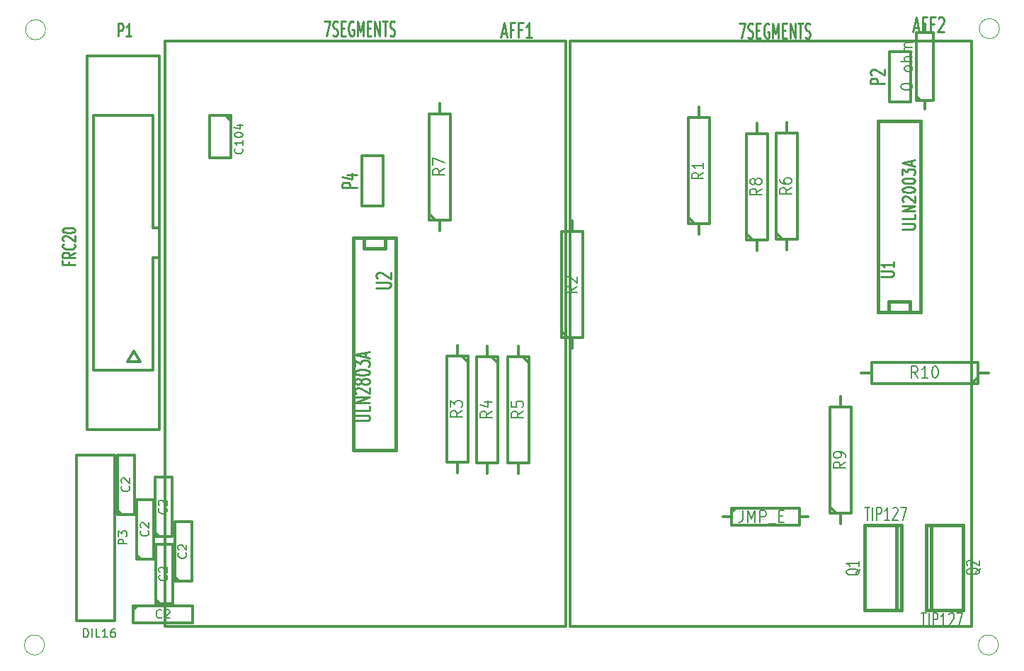
<source format=gto>
G04 (created by PCBNEW (2013-07-07 BZR 4022)-stable) date 11-Jan-14 3:47:01 PM*
%MOIN*%
G04 Gerber Fmt 3.4, Leading zero omitted, Abs format*
%FSLAX34Y34*%
G01*
G70*
G90*
G04 APERTURE LIST*
%ADD10C,0.00590551*%
%ADD11C,0.012*%
%ADD12C,0.015*%
%ADD13C,0.000393701*%
%ADD14C,0.008*%
%ADD15C,0.01125*%
%ADD16C,0.01*%
%ADD17C,0.0107*%
G04 APERTURE END LIST*
G54D10*
G54D11*
X71150Y-52725D02*
X73950Y-52725D01*
X73950Y-52725D02*
X73950Y-53525D01*
X73950Y-53525D02*
X71150Y-53525D01*
X71150Y-53525D02*
X71150Y-52725D01*
X71150Y-52925D02*
X71350Y-52725D01*
X91701Y-26120D02*
X91701Y-53679D01*
X110598Y-26120D02*
X110598Y-53679D01*
X91701Y-26120D02*
X110598Y-26120D01*
X110598Y-53679D02*
X91701Y-53679D01*
X110900Y-42250D02*
X105900Y-42250D01*
X105900Y-42250D02*
X105900Y-41250D01*
X105900Y-41250D02*
X110900Y-41250D01*
X105900Y-41750D02*
X105400Y-41750D01*
X111400Y-41750D02*
X110900Y-41750D01*
X110900Y-41950D02*
X110600Y-42250D01*
X110900Y-42250D02*
X110900Y-41250D01*
X107740Y-28971D02*
X106740Y-28971D01*
X106740Y-28971D02*
X106740Y-26608D01*
X106740Y-26608D02*
X107740Y-26608D01*
X107740Y-26608D02*
X107740Y-28971D01*
X85080Y-34530D02*
X85080Y-29530D01*
X85080Y-29530D02*
X86080Y-29530D01*
X86080Y-29530D02*
X86080Y-34530D01*
X85580Y-29530D02*
X85580Y-29030D01*
X85580Y-35030D02*
X85580Y-34530D01*
X85380Y-34530D02*
X85080Y-34230D01*
X85080Y-34530D02*
X86080Y-34530D01*
X103950Y-48350D02*
X103950Y-43350D01*
X103950Y-43350D02*
X104950Y-43350D01*
X104950Y-43350D02*
X104950Y-48350D01*
X104450Y-43350D02*
X104450Y-42850D01*
X104450Y-48850D02*
X104450Y-48350D01*
X104250Y-48350D02*
X103950Y-48050D01*
X103950Y-48350D02*
X104950Y-48350D01*
X100020Y-35480D02*
X100020Y-30480D01*
X100020Y-30480D02*
X101020Y-30480D01*
X101020Y-30480D02*
X101020Y-35480D01*
X100520Y-30480D02*
X100520Y-29980D01*
X100520Y-35980D02*
X100520Y-35480D01*
X100320Y-35480D02*
X100020Y-35180D01*
X100020Y-35480D02*
X101020Y-35480D01*
X101410Y-35440D02*
X101410Y-30440D01*
X101410Y-30440D02*
X102410Y-30440D01*
X102410Y-30440D02*
X102410Y-35440D01*
X101910Y-30440D02*
X101910Y-29940D01*
X101910Y-35940D02*
X101910Y-35440D01*
X101710Y-35440D02*
X101410Y-35140D01*
X101410Y-35440D02*
X102410Y-35440D01*
X89780Y-40960D02*
X89780Y-45960D01*
X89780Y-45960D02*
X88780Y-45960D01*
X88780Y-45960D02*
X88780Y-40960D01*
X89280Y-45960D02*
X89280Y-46460D01*
X89280Y-40460D02*
X89280Y-40960D01*
X89480Y-40960D02*
X89780Y-41260D01*
X89780Y-40960D02*
X88780Y-40960D01*
X88320Y-40960D02*
X88320Y-45960D01*
X88320Y-45960D02*
X87320Y-45960D01*
X87320Y-45960D02*
X87320Y-40960D01*
X87820Y-45960D02*
X87820Y-46460D01*
X87820Y-40460D02*
X87820Y-40960D01*
X88020Y-40960D02*
X88320Y-41260D01*
X88320Y-40960D02*
X87320Y-40960D01*
X86910Y-40940D02*
X86910Y-45940D01*
X86910Y-45940D02*
X85910Y-45940D01*
X85910Y-45940D02*
X85910Y-40940D01*
X86410Y-45940D02*
X86410Y-46440D01*
X86410Y-40440D02*
X86410Y-40940D01*
X86610Y-40940D02*
X86910Y-41240D01*
X86910Y-40940D02*
X85910Y-40940D01*
X91310Y-40090D02*
X91310Y-35090D01*
X91310Y-35090D02*
X92310Y-35090D01*
X92310Y-35090D02*
X92310Y-40090D01*
X91810Y-35090D02*
X91810Y-34590D01*
X91810Y-40590D02*
X91810Y-40090D01*
X91610Y-40090D02*
X91310Y-39790D01*
X91310Y-40090D02*
X92310Y-40090D01*
X97270Y-34720D02*
X97270Y-29720D01*
X97270Y-29720D02*
X98270Y-29720D01*
X98270Y-29720D02*
X98270Y-34720D01*
X97770Y-29720D02*
X97770Y-29220D01*
X97770Y-35220D02*
X97770Y-34720D01*
X97570Y-34720D02*
X97270Y-34420D01*
X97270Y-34720D02*
X98270Y-34720D01*
X75750Y-29645D02*
X75750Y-31625D01*
X75750Y-31625D02*
X74750Y-31625D01*
X74750Y-31625D02*
X74750Y-29625D01*
X74750Y-29625D02*
X75750Y-29625D01*
X75500Y-29625D02*
X75750Y-29875D01*
X72375Y-36300D02*
X72075Y-36300D01*
X72075Y-36300D02*
X72075Y-41600D01*
X72075Y-41600D02*
X69275Y-41600D01*
X69275Y-41600D02*
X69275Y-29600D01*
X69275Y-29600D02*
X72075Y-29600D01*
X72075Y-29600D02*
X72075Y-34900D01*
X72075Y-34900D02*
X72375Y-34900D01*
X71175Y-40700D02*
X70875Y-41200D01*
X70875Y-41200D02*
X71475Y-41200D01*
X71475Y-41200D02*
X71175Y-40700D01*
X68975Y-44400D02*
X72375Y-44400D01*
X72375Y-44400D02*
X72375Y-26800D01*
X72375Y-26800D02*
X68975Y-26800D01*
X68975Y-26800D02*
X68975Y-44400D01*
G54D12*
X83002Y-35388D02*
X83002Y-35888D01*
X83002Y-35888D02*
X82002Y-35888D01*
X82002Y-35888D02*
X82002Y-35388D01*
X83502Y-35388D02*
X83502Y-45388D01*
X83502Y-45388D02*
X81502Y-45388D01*
X81502Y-45388D02*
X81502Y-35388D01*
X81502Y-35388D02*
X83502Y-35388D01*
X106705Y-38865D02*
X106705Y-38865D01*
X106705Y-38865D02*
X106705Y-38365D01*
X106705Y-38365D02*
X107705Y-38365D01*
X107705Y-38365D02*
X107705Y-38865D01*
X106205Y-38865D02*
X106205Y-29865D01*
X106205Y-29865D02*
X108205Y-29865D01*
X108205Y-29865D02*
X108205Y-38865D01*
X108205Y-38865D02*
X106205Y-38865D01*
G54D11*
X68492Y-45594D02*
X70292Y-45594D01*
X70292Y-45594D02*
X70292Y-53394D01*
X70292Y-53394D02*
X68492Y-53394D01*
X68492Y-53394D02*
X68492Y-45594D01*
X72631Y-26120D02*
X72631Y-53679D01*
X91528Y-26120D02*
X91528Y-53679D01*
X72631Y-26120D02*
X91528Y-26120D01*
X91528Y-53679D02*
X72631Y-53679D01*
X82900Y-33881D02*
X81900Y-33881D01*
X81900Y-33881D02*
X81900Y-31518D01*
X81900Y-31518D02*
X82900Y-31518D01*
X82900Y-31518D02*
X82900Y-33881D01*
X98900Y-48525D02*
X99300Y-48525D01*
X99300Y-48525D02*
X99300Y-48125D01*
X99300Y-48125D02*
X102500Y-48125D01*
X102500Y-48125D02*
X102500Y-48925D01*
X102500Y-48925D02*
X99300Y-48925D01*
X99300Y-48925D02*
X99300Y-48525D01*
X99300Y-48325D02*
X99500Y-48125D01*
X102900Y-48525D02*
X102500Y-48525D01*
X108400Y-29325D02*
X108400Y-28925D01*
X108400Y-28925D02*
X108000Y-28925D01*
X108000Y-28925D02*
X108000Y-25725D01*
X108000Y-25725D02*
X108800Y-25725D01*
X108800Y-25725D02*
X108800Y-28925D01*
X108800Y-28925D02*
X108400Y-28925D01*
X108200Y-28925D02*
X108000Y-28725D01*
X108400Y-25325D02*
X108400Y-25725D01*
G54D12*
X108725Y-52900D02*
X108475Y-52900D01*
X108475Y-52900D02*
X108475Y-48900D01*
X108475Y-48900D02*
X108725Y-48900D01*
X110225Y-52900D02*
X108725Y-52900D01*
X108725Y-52900D02*
X108725Y-48900D01*
X108725Y-48900D02*
X110225Y-48900D01*
X110225Y-48900D02*
X110225Y-52900D01*
X107075Y-48925D02*
X107325Y-48925D01*
X107325Y-48925D02*
X107325Y-52925D01*
X107325Y-52925D02*
X107075Y-52925D01*
X105575Y-48925D02*
X107075Y-48925D01*
X107075Y-48925D02*
X107075Y-52925D01*
X107075Y-52925D02*
X105575Y-52925D01*
X105575Y-52925D02*
X105575Y-48925D01*
G54D11*
X70425Y-48400D02*
X70425Y-45600D01*
X70425Y-45600D02*
X71225Y-45600D01*
X71225Y-45600D02*
X71225Y-48400D01*
X71225Y-48400D02*
X70425Y-48400D01*
X70625Y-48400D02*
X70425Y-48200D01*
X72200Y-52600D02*
X72200Y-49800D01*
X72200Y-49800D02*
X73000Y-49800D01*
X73000Y-49800D02*
X73000Y-52600D01*
X73000Y-52600D02*
X72200Y-52600D01*
X72400Y-52600D02*
X72200Y-52400D01*
X71325Y-50500D02*
X71325Y-47700D01*
X71325Y-47700D02*
X72125Y-47700D01*
X72125Y-47700D02*
X72125Y-50500D01*
X72125Y-50500D02*
X71325Y-50500D01*
X71525Y-50500D02*
X71325Y-50300D01*
X72175Y-49450D02*
X72175Y-46650D01*
X72175Y-46650D02*
X72975Y-46650D01*
X72975Y-46650D02*
X72975Y-49450D01*
X72975Y-49450D02*
X72175Y-49450D01*
X72375Y-49450D02*
X72175Y-49250D01*
X73100Y-51550D02*
X73100Y-48750D01*
X73100Y-48750D02*
X73900Y-48750D01*
X73900Y-48750D02*
X73900Y-51550D01*
X73900Y-51550D02*
X73100Y-51550D01*
X73300Y-51550D02*
X73100Y-51350D01*
G54D13*
X111922Y-25525D02*
G75*
G03X111922Y-25525I-472J0D01*
G74*
G01*
X67022Y-25575D02*
G75*
G03X67022Y-25575I-472J0D01*
G74*
G01*
X111872Y-54550D02*
G75*
G03X111872Y-54550I-472J0D01*
G74*
G01*
X66972Y-54550D02*
G75*
G03X66972Y-54550I-472J0D01*
G74*
G01*
G54D14*
X72483Y-53248D02*
X72464Y-53267D01*
X72407Y-53286D01*
X72369Y-53286D01*
X72311Y-53267D01*
X72273Y-53229D01*
X72254Y-53191D01*
X72235Y-53115D01*
X72235Y-53058D01*
X72254Y-52982D01*
X72273Y-52944D01*
X72311Y-52905D01*
X72369Y-52886D01*
X72407Y-52886D01*
X72464Y-52905D01*
X72483Y-52925D01*
X72635Y-52925D02*
X72654Y-52905D01*
X72692Y-52886D01*
X72788Y-52886D01*
X72826Y-52905D01*
X72845Y-52925D01*
X72864Y-52963D01*
X72864Y-53001D01*
X72845Y-53058D01*
X72616Y-53286D01*
X72864Y-53286D01*
G54D15*
X107892Y-25483D02*
X108107Y-25483D01*
X107850Y-25683D02*
X108000Y-24983D01*
X108150Y-25683D01*
X108450Y-25316D02*
X108300Y-25316D01*
X108300Y-25683D02*
X108300Y-24983D01*
X108514Y-24983D01*
X108835Y-25316D02*
X108685Y-25316D01*
X108685Y-25683D02*
X108685Y-24983D01*
X108900Y-24983D01*
X109050Y-25050D02*
X109071Y-25016D01*
X109114Y-24983D01*
X109221Y-24983D01*
X109264Y-25016D01*
X109285Y-25050D01*
X109307Y-25116D01*
X109307Y-25183D01*
X109285Y-25283D01*
X109028Y-25683D01*
X109307Y-25683D01*
G54D16*
X99693Y-25273D02*
X99960Y-25273D01*
X99788Y-25973D01*
X100093Y-25940D02*
X100150Y-25973D01*
X100245Y-25973D01*
X100283Y-25940D01*
X100302Y-25906D01*
X100321Y-25840D01*
X100321Y-25773D01*
X100302Y-25706D01*
X100283Y-25673D01*
X100245Y-25640D01*
X100169Y-25606D01*
X100131Y-25573D01*
X100112Y-25540D01*
X100093Y-25473D01*
X100093Y-25406D01*
X100112Y-25340D01*
X100131Y-25306D01*
X100169Y-25273D01*
X100264Y-25273D01*
X100321Y-25306D01*
X100493Y-25606D02*
X100626Y-25606D01*
X100683Y-25973D02*
X100493Y-25973D01*
X100493Y-25273D01*
X100683Y-25273D01*
X101064Y-25306D02*
X101026Y-25273D01*
X100969Y-25273D01*
X100912Y-25306D01*
X100874Y-25373D01*
X100855Y-25440D01*
X100836Y-25573D01*
X100836Y-25673D01*
X100855Y-25806D01*
X100874Y-25873D01*
X100912Y-25940D01*
X100969Y-25973D01*
X101007Y-25973D01*
X101064Y-25940D01*
X101083Y-25906D01*
X101083Y-25673D01*
X101007Y-25673D01*
X101255Y-25973D02*
X101255Y-25273D01*
X101388Y-25773D01*
X101521Y-25273D01*
X101521Y-25973D01*
X101712Y-25606D02*
X101845Y-25606D01*
X101902Y-25973D02*
X101712Y-25973D01*
X101712Y-25273D01*
X101902Y-25273D01*
X102074Y-25973D02*
X102074Y-25273D01*
X102302Y-25973D01*
X102302Y-25273D01*
X102436Y-25273D02*
X102664Y-25273D01*
X102550Y-25973D02*
X102550Y-25273D01*
X102779Y-25940D02*
X102836Y-25973D01*
X102931Y-25973D01*
X102969Y-25940D01*
X102988Y-25906D01*
X103007Y-25840D01*
X103007Y-25773D01*
X102988Y-25706D01*
X102969Y-25673D01*
X102931Y-25640D01*
X102855Y-25606D01*
X102817Y-25573D01*
X102798Y-25540D01*
X102779Y-25473D01*
X102779Y-25406D01*
X102798Y-25340D01*
X102817Y-25306D01*
X102855Y-25273D01*
X102950Y-25273D01*
X103007Y-25306D01*
G54D14*
X108078Y-41972D02*
X107911Y-41710D01*
X107792Y-41972D02*
X107792Y-41422D01*
X107983Y-41422D01*
X108030Y-41448D01*
X108054Y-41475D01*
X108078Y-41527D01*
X108078Y-41605D01*
X108054Y-41658D01*
X108030Y-41684D01*
X107983Y-41710D01*
X107792Y-41710D01*
X108554Y-41972D02*
X108269Y-41972D01*
X108411Y-41972D02*
X108411Y-41422D01*
X108364Y-41501D01*
X108316Y-41553D01*
X108269Y-41579D01*
X108864Y-41422D02*
X108911Y-41422D01*
X108959Y-41448D01*
X108983Y-41475D01*
X109007Y-41527D01*
X109030Y-41632D01*
X109030Y-41763D01*
X109007Y-41867D01*
X108983Y-41920D01*
X108959Y-41946D01*
X108911Y-41972D01*
X108864Y-41972D01*
X108816Y-41946D01*
X108792Y-41920D01*
X108769Y-41867D01*
X108745Y-41763D01*
X108745Y-41632D01*
X108769Y-41527D01*
X108792Y-41475D01*
X108816Y-41448D01*
X108864Y-41422D01*
G54D17*
X106515Y-28105D02*
X105834Y-28105D01*
X105834Y-27942D01*
X105867Y-27902D01*
X105899Y-27881D01*
X105964Y-27861D01*
X106061Y-27861D01*
X106126Y-27881D01*
X106158Y-27902D01*
X106191Y-27942D01*
X106191Y-28105D01*
X105899Y-27698D02*
X105867Y-27677D01*
X105834Y-27637D01*
X105834Y-27535D01*
X105867Y-27494D01*
X105899Y-27474D01*
X105964Y-27453D01*
X106029Y-27453D01*
X106126Y-27474D01*
X106515Y-27718D01*
X106515Y-27453D01*
G54D14*
X85802Y-32113D02*
X85540Y-32280D01*
X85802Y-32399D02*
X85252Y-32399D01*
X85252Y-32208D01*
X85278Y-32160D01*
X85305Y-32137D01*
X85357Y-32113D01*
X85435Y-32113D01*
X85488Y-32137D01*
X85514Y-32160D01*
X85540Y-32208D01*
X85540Y-32399D01*
X85252Y-31946D02*
X85252Y-31613D01*
X85802Y-31827D01*
X104672Y-45933D02*
X104410Y-46100D01*
X104672Y-46219D02*
X104122Y-46219D01*
X104122Y-46028D01*
X104148Y-45980D01*
X104175Y-45957D01*
X104227Y-45933D01*
X104305Y-45933D01*
X104358Y-45957D01*
X104384Y-45980D01*
X104410Y-46028D01*
X104410Y-46219D01*
X104672Y-45695D02*
X104672Y-45600D01*
X104646Y-45552D01*
X104620Y-45528D01*
X104541Y-45480D01*
X104436Y-45457D01*
X104227Y-45457D01*
X104175Y-45480D01*
X104148Y-45504D01*
X104122Y-45552D01*
X104122Y-45647D01*
X104148Y-45695D01*
X104175Y-45719D01*
X104227Y-45742D01*
X104358Y-45742D01*
X104410Y-45719D01*
X104436Y-45695D01*
X104463Y-45647D01*
X104463Y-45552D01*
X104436Y-45504D01*
X104410Y-45480D01*
X104358Y-45457D01*
X100742Y-33063D02*
X100480Y-33230D01*
X100742Y-33349D02*
X100192Y-33349D01*
X100192Y-33158D01*
X100218Y-33110D01*
X100245Y-33087D01*
X100297Y-33063D01*
X100375Y-33063D01*
X100428Y-33087D01*
X100454Y-33110D01*
X100480Y-33158D01*
X100480Y-33349D01*
X100428Y-32777D02*
X100402Y-32825D01*
X100375Y-32849D01*
X100323Y-32872D01*
X100297Y-32872D01*
X100245Y-32849D01*
X100218Y-32825D01*
X100192Y-32777D01*
X100192Y-32682D01*
X100218Y-32634D01*
X100245Y-32610D01*
X100297Y-32587D01*
X100323Y-32587D01*
X100375Y-32610D01*
X100402Y-32634D01*
X100428Y-32682D01*
X100428Y-32777D01*
X100454Y-32825D01*
X100480Y-32849D01*
X100533Y-32872D01*
X100637Y-32872D01*
X100690Y-32849D01*
X100716Y-32825D01*
X100742Y-32777D01*
X100742Y-32682D01*
X100716Y-32634D01*
X100690Y-32610D01*
X100637Y-32587D01*
X100533Y-32587D01*
X100480Y-32610D01*
X100454Y-32634D01*
X100428Y-32682D01*
X102132Y-33023D02*
X101870Y-33190D01*
X102132Y-33309D02*
X101582Y-33309D01*
X101582Y-33118D01*
X101608Y-33070D01*
X101635Y-33047D01*
X101687Y-33023D01*
X101765Y-33023D01*
X101818Y-33047D01*
X101844Y-33070D01*
X101870Y-33118D01*
X101870Y-33309D01*
X101582Y-32594D02*
X101582Y-32690D01*
X101608Y-32737D01*
X101635Y-32761D01*
X101713Y-32809D01*
X101818Y-32832D01*
X102027Y-32832D01*
X102080Y-32809D01*
X102106Y-32785D01*
X102132Y-32737D01*
X102132Y-32642D01*
X102106Y-32594D01*
X102080Y-32570D01*
X102027Y-32547D01*
X101896Y-32547D01*
X101844Y-32570D01*
X101818Y-32594D01*
X101792Y-32642D01*
X101792Y-32737D01*
X101818Y-32785D01*
X101844Y-32809D01*
X101896Y-32832D01*
X89502Y-43543D02*
X89240Y-43710D01*
X89502Y-43829D02*
X88952Y-43829D01*
X88952Y-43638D01*
X88978Y-43590D01*
X89005Y-43567D01*
X89057Y-43543D01*
X89135Y-43543D01*
X89188Y-43567D01*
X89214Y-43590D01*
X89240Y-43638D01*
X89240Y-43829D01*
X88952Y-43090D02*
X88952Y-43329D01*
X89214Y-43352D01*
X89188Y-43329D01*
X89162Y-43281D01*
X89162Y-43162D01*
X89188Y-43114D01*
X89214Y-43090D01*
X89266Y-43067D01*
X89397Y-43067D01*
X89450Y-43090D01*
X89476Y-43114D01*
X89502Y-43162D01*
X89502Y-43281D01*
X89476Y-43329D01*
X89450Y-43352D01*
X88042Y-43543D02*
X87780Y-43710D01*
X88042Y-43829D02*
X87492Y-43829D01*
X87492Y-43638D01*
X87518Y-43590D01*
X87545Y-43567D01*
X87597Y-43543D01*
X87675Y-43543D01*
X87728Y-43567D01*
X87754Y-43590D01*
X87780Y-43638D01*
X87780Y-43829D01*
X87675Y-43114D02*
X88042Y-43114D01*
X87466Y-43233D02*
X87859Y-43352D01*
X87859Y-43043D01*
X86632Y-43523D02*
X86370Y-43690D01*
X86632Y-43809D02*
X86082Y-43809D01*
X86082Y-43618D01*
X86108Y-43570D01*
X86135Y-43547D01*
X86187Y-43523D01*
X86265Y-43523D01*
X86318Y-43547D01*
X86344Y-43570D01*
X86370Y-43618D01*
X86370Y-43809D01*
X86082Y-43356D02*
X86082Y-43047D01*
X86292Y-43213D01*
X86292Y-43142D01*
X86318Y-43094D01*
X86344Y-43070D01*
X86396Y-43047D01*
X86527Y-43047D01*
X86580Y-43070D01*
X86606Y-43094D01*
X86632Y-43142D01*
X86632Y-43285D01*
X86606Y-43332D01*
X86580Y-43356D01*
X92032Y-37673D02*
X91770Y-37840D01*
X92032Y-37959D02*
X91482Y-37959D01*
X91482Y-37768D01*
X91508Y-37720D01*
X91535Y-37697D01*
X91587Y-37673D01*
X91665Y-37673D01*
X91718Y-37697D01*
X91744Y-37720D01*
X91770Y-37768D01*
X91770Y-37959D01*
X91535Y-37482D02*
X91508Y-37459D01*
X91482Y-37411D01*
X91482Y-37292D01*
X91508Y-37244D01*
X91535Y-37220D01*
X91587Y-37197D01*
X91639Y-37197D01*
X91718Y-37220D01*
X92032Y-37506D01*
X92032Y-37197D01*
X97992Y-32303D02*
X97730Y-32470D01*
X97992Y-32589D02*
X97442Y-32589D01*
X97442Y-32398D01*
X97468Y-32350D01*
X97495Y-32327D01*
X97547Y-32303D01*
X97625Y-32303D01*
X97678Y-32327D01*
X97704Y-32350D01*
X97730Y-32398D01*
X97730Y-32589D01*
X97992Y-31827D02*
X97992Y-32112D01*
X97992Y-31970D02*
X97442Y-31970D01*
X97521Y-32017D01*
X97573Y-32065D01*
X97599Y-32112D01*
X76273Y-31172D02*
X76292Y-31191D01*
X76311Y-31248D01*
X76311Y-31286D01*
X76292Y-31344D01*
X76254Y-31382D01*
X76216Y-31401D01*
X76140Y-31420D01*
X76083Y-31420D01*
X76007Y-31401D01*
X75969Y-31382D01*
X75930Y-31344D01*
X75911Y-31286D01*
X75911Y-31248D01*
X75930Y-31191D01*
X75950Y-31172D01*
X76311Y-30791D02*
X76311Y-31020D01*
X76311Y-30905D02*
X75911Y-30905D01*
X75969Y-30944D01*
X76007Y-30982D01*
X76026Y-31020D01*
X75911Y-30544D02*
X75911Y-30505D01*
X75930Y-30467D01*
X75950Y-30448D01*
X75988Y-30429D01*
X76064Y-30410D01*
X76159Y-30410D01*
X76235Y-30429D01*
X76273Y-30448D01*
X76292Y-30467D01*
X76311Y-30505D01*
X76311Y-30544D01*
X76292Y-30582D01*
X76273Y-30601D01*
X76235Y-30620D01*
X76159Y-30639D01*
X76064Y-30639D01*
X75988Y-30620D01*
X75950Y-30601D01*
X75930Y-30582D01*
X75911Y-30544D01*
X76045Y-30067D02*
X76311Y-30067D01*
X75892Y-30163D02*
X76178Y-30258D01*
X76178Y-30010D01*
G54D16*
X70444Y-25882D02*
X70444Y-25282D01*
X70597Y-25282D01*
X70635Y-25311D01*
X70654Y-25340D01*
X70673Y-25397D01*
X70673Y-25482D01*
X70654Y-25540D01*
X70635Y-25568D01*
X70597Y-25597D01*
X70444Y-25597D01*
X71054Y-25882D02*
X70825Y-25882D01*
X70940Y-25882D02*
X70940Y-25282D01*
X70901Y-25368D01*
X70863Y-25425D01*
X70825Y-25454D01*
G54D11*
G54D16*
X68108Y-36503D02*
X68108Y-36637D01*
X68422Y-36637D02*
X67822Y-36637D01*
X67822Y-36446D01*
X68422Y-36065D02*
X68137Y-36199D01*
X68422Y-36294D02*
X67822Y-36294D01*
X67822Y-36141D01*
X67851Y-36103D01*
X67880Y-36084D01*
X67937Y-36065D01*
X68022Y-36065D01*
X68080Y-36084D01*
X68108Y-36103D01*
X68137Y-36141D01*
X68137Y-36294D01*
X68365Y-35665D02*
X68394Y-35684D01*
X68422Y-35741D01*
X68422Y-35780D01*
X68394Y-35837D01*
X68337Y-35875D01*
X68280Y-35894D01*
X68165Y-35913D01*
X68080Y-35913D01*
X67965Y-35894D01*
X67908Y-35875D01*
X67851Y-35837D01*
X67822Y-35780D01*
X67822Y-35741D01*
X67851Y-35684D01*
X67880Y-35665D01*
X67880Y-35513D02*
X67851Y-35494D01*
X67822Y-35456D01*
X67822Y-35360D01*
X67851Y-35322D01*
X67880Y-35303D01*
X67937Y-35284D01*
X67994Y-35284D01*
X68080Y-35303D01*
X68422Y-35532D01*
X68422Y-35284D01*
X67822Y-35037D02*
X67822Y-34999D01*
X67851Y-34960D01*
X67880Y-34941D01*
X67937Y-34922D01*
X68051Y-34903D01*
X68194Y-34903D01*
X68308Y-34922D01*
X68365Y-34941D01*
X68394Y-34960D01*
X68422Y-34999D01*
X68422Y-35037D01*
X68394Y-35075D01*
X68365Y-35094D01*
X68308Y-35113D01*
X68194Y-35132D01*
X68051Y-35132D01*
X67937Y-35113D01*
X67880Y-35094D01*
X67851Y-35075D01*
X67822Y-35037D01*
G54D11*
G54D15*
X82585Y-37731D02*
X83152Y-37731D01*
X83219Y-37709D01*
X83252Y-37688D01*
X83285Y-37645D01*
X83285Y-37559D01*
X83252Y-37516D01*
X83219Y-37495D01*
X83152Y-37473D01*
X82585Y-37473D01*
X82652Y-37281D02*
X82619Y-37259D01*
X82585Y-37216D01*
X82585Y-37109D01*
X82619Y-37066D01*
X82652Y-37045D01*
X82719Y-37023D01*
X82785Y-37023D01*
X82885Y-37045D01*
X83285Y-37302D01*
X83285Y-37023D01*
G54D11*
G54D15*
X81585Y-43984D02*
X82152Y-43984D01*
X82219Y-43963D01*
X82252Y-43941D01*
X82285Y-43898D01*
X82285Y-43813D01*
X82252Y-43770D01*
X82219Y-43748D01*
X82152Y-43727D01*
X81585Y-43727D01*
X82285Y-43298D02*
X82285Y-43513D01*
X81585Y-43513D01*
X82285Y-43148D02*
X81585Y-43148D01*
X82285Y-42891D01*
X81585Y-42891D01*
X81652Y-42698D02*
X81619Y-42677D01*
X81585Y-42634D01*
X81585Y-42527D01*
X81619Y-42484D01*
X81652Y-42463D01*
X81719Y-42441D01*
X81785Y-42441D01*
X81885Y-42463D01*
X82285Y-42720D01*
X82285Y-42441D01*
X81885Y-42184D02*
X81852Y-42227D01*
X81819Y-42248D01*
X81752Y-42270D01*
X81719Y-42270D01*
X81652Y-42248D01*
X81619Y-42227D01*
X81585Y-42184D01*
X81585Y-42098D01*
X81619Y-42056D01*
X81652Y-42034D01*
X81719Y-42013D01*
X81752Y-42013D01*
X81819Y-42034D01*
X81852Y-42056D01*
X81885Y-42098D01*
X81885Y-42184D01*
X81919Y-42227D01*
X81952Y-42248D01*
X82019Y-42270D01*
X82152Y-42270D01*
X82219Y-42248D01*
X82252Y-42227D01*
X82285Y-42184D01*
X82285Y-42098D01*
X82252Y-42056D01*
X82219Y-42034D01*
X82152Y-42013D01*
X82019Y-42013D01*
X81952Y-42034D01*
X81919Y-42056D01*
X81885Y-42098D01*
X81585Y-41734D02*
X81585Y-41691D01*
X81619Y-41648D01*
X81652Y-41627D01*
X81719Y-41606D01*
X81852Y-41584D01*
X82019Y-41584D01*
X82152Y-41606D01*
X82219Y-41627D01*
X82252Y-41648D01*
X82285Y-41691D01*
X82285Y-41734D01*
X82252Y-41777D01*
X82219Y-41798D01*
X82152Y-41820D01*
X82019Y-41841D01*
X81852Y-41841D01*
X81719Y-41820D01*
X81652Y-41798D01*
X81619Y-41777D01*
X81585Y-41734D01*
X81585Y-41434D02*
X81585Y-41156D01*
X81852Y-41306D01*
X81852Y-41241D01*
X81885Y-41198D01*
X81919Y-41177D01*
X81985Y-41156D01*
X82152Y-41156D01*
X82219Y-41177D01*
X82252Y-41198D01*
X82285Y-41241D01*
X82285Y-41370D01*
X82252Y-41413D01*
X82219Y-41434D01*
X82085Y-40984D02*
X82085Y-40770D01*
X82285Y-41027D02*
X81585Y-40877D01*
X82285Y-40727D01*
G54D11*
G54D15*
X106347Y-37207D02*
X106833Y-37207D01*
X106890Y-37186D01*
X106919Y-37165D01*
X106947Y-37122D01*
X106947Y-37036D01*
X106919Y-36993D01*
X106890Y-36972D01*
X106833Y-36950D01*
X106347Y-36950D01*
X106947Y-36500D02*
X106947Y-36757D01*
X106947Y-36629D02*
X106347Y-36629D01*
X106433Y-36672D01*
X106490Y-36715D01*
X106519Y-36757D01*
G54D11*
G54D15*
X107347Y-34961D02*
X107833Y-34961D01*
X107890Y-34940D01*
X107919Y-34918D01*
X107947Y-34875D01*
X107947Y-34790D01*
X107919Y-34747D01*
X107890Y-34725D01*
X107833Y-34704D01*
X107347Y-34704D01*
X107947Y-34275D02*
X107947Y-34489D01*
X107347Y-34489D01*
X107947Y-34125D02*
X107347Y-34125D01*
X107947Y-33868D01*
X107347Y-33868D01*
X107405Y-33675D02*
X107376Y-33654D01*
X107347Y-33611D01*
X107347Y-33504D01*
X107376Y-33461D01*
X107405Y-33439D01*
X107462Y-33418D01*
X107519Y-33418D01*
X107605Y-33439D01*
X107947Y-33697D01*
X107947Y-33418D01*
X107347Y-33139D02*
X107347Y-33097D01*
X107376Y-33054D01*
X107405Y-33032D01*
X107462Y-33011D01*
X107576Y-32989D01*
X107719Y-32989D01*
X107833Y-33011D01*
X107890Y-33032D01*
X107919Y-33054D01*
X107947Y-33097D01*
X107947Y-33139D01*
X107919Y-33182D01*
X107890Y-33204D01*
X107833Y-33225D01*
X107719Y-33247D01*
X107576Y-33247D01*
X107462Y-33225D01*
X107405Y-33204D01*
X107376Y-33182D01*
X107347Y-33139D01*
X107347Y-32711D02*
X107347Y-32668D01*
X107376Y-32625D01*
X107405Y-32604D01*
X107462Y-32582D01*
X107576Y-32561D01*
X107719Y-32561D01*
X107833Y-32582D01*
X107890Y-32604D01*
X107919Y-32625D01*
X107947Y-32668D01*
X107947Y-32711D01*
X107919Y-32754D01*
X107890Y-32775D01*
X107833Y-32797D01*
X107719Y-32818D01*
X107576Y-32818D01*
X107462Y-32797D01*
X107405Y-32775D01*
X107376Y-32754D01*
X107347Y-32711D01*
X107347Y-32411D02*
X107347Y-32132D01*
X107576Y-32282D01*
X107576Y-32218D01*
X107605Y-32175D01*
X107633Y-32154D01*
X107690Y-32132D01*
X107833Y-32132D01*
X107890Y-32154D01*
X107919Y-32175D01*
X107947Y-32218D01*
X107947Y-32347D01*
X107919Y-32390D01*
X107890Y-32411D01*
X107776Y-31961D02*
X107776Y-31747D01*
X107947Y-32004D02*
X107347Y-31854D01*
X107947Y-31704D01*
G54D11*
G54D14*
X70854Y-49789D02*
X70454Y-49789D01*
X70454Y-49637D01*
X70473Y-49599D01*
X70492Y-49580D01*
X70531Y-49561D01*
X70588Y-49561D01*
X70626Y-49580D01*
X70645Y-49599D01*
X70664Y-49637D01*
X70664Y-49789D01*
X70454Y-49427D02*
X70454Y-49180D01*
X70607Y-49313D01*
X70607Y-49256D01*
X70626Y-49218D01*
X70645Y-49199D01*
X70683Y-49180D01*
X70778Y-49180D01*
X70816Y-49199D01*
X70835Y-49218D01*
X70854Y-49256D01*
X70854Y-49370D01*
X70835Y-49408D01*
X70816Y-49427D01*
X68812Y-54191D02*
X68812Y-53791D01*
X68907Y-53791D01*
X68964Y-53810D01*
X69002Y-53849D01*
X69021Y-53887D01*
X69040Y-53963D01*
X69040Y-54020D01*
X69021Y-54096D01*
X69002Y-54134D01*
X68964Y-54172D01*
X68907Y-54191D01*
X68812Y-54191D01*
X69212Y-54191D02*
X69212Y-53791D01*
X69593Y-54191D02*
X69402Y-54191D01*
X69402Y-53791D01*
X69935Y-54191D02*
X69707Y-54191D01*
X69821Y-54191D02*
X69821Y-53791D01*
X69783Y-53849D01*
X69745Y-53887D01*
X69707Y-53906D01*
X70278Y-53791D02*
X70202Y-53791D01*
X70164Y-53810D01*
X70145Y-53830D01*
X70107Y-53887D01*
X70088Y-53963D01*
X70088Y-54115D01*
X70107Y-54153D01*
X70126Y-54172D01*
X70164Y-54191D01*
X70240Y-54191D01*
X70278Y-54172D01*
X70297Y-54153D01*
X70316Y-54115D01*
X70316Y-54020D01*
X70297Y-53982D01*
X70278Y-53963D01*
X70240Y-53944D01*
X70164Y-53944D01*
X70126Y-53963D01*
X70107Y-53982D01*
X70088Y-54020D01*
G54D15*
X88492Y-25743D02*
X88707Y-25743D01*
X88450Y-25943D02*
X88600Y-25243D01*
X88750Y-25943D01*
X89050Y-25576D02*
X88900Y-25576D01*
X88900Y-25943D02*
X88900Y-25243D01*
X89114Y-25243D01*
X89435Y-25576D02*
X89285Y-25576D01*
X89285Y-25943D02*
X89285Y-25243D01*
X89500Y-25243D01*
X89907Y-25943D02*
X89650Y-25943D01*
X89778Y-25943D02*
X89778Y-25243D01*
X89735Y-25343D01*
X89692Y-25410D01*
X89650Y-25443D01*
G54D16*
X80143Y-25188D02*
X80410Y-25188D01*
X80238Y-25888D01*
X80543Y-25855D02*
X80600Y-25888D01*
X80695Y-25888D01*
X80733Y-25855D01*
X80752Y-25821D01*
X80771Y-25755D01*
X80771Y-25688D01*
X80752Y-25621D01*
X80733Y-25588D01*
X80695Y-25555D01*
X80619Y-25521D01*
X80581Y-25488D01*
X80562Y-25455D01*
X80543Y-25388D01*
X80543Y-25321D01*
X80562Y-25255D01*
X80581Y-25221D01*
X80619Y-25188D01*
X80714Y-25188D01*
X80771Y-25221D01*
X80943Y-25521D02*
X81076Y-25521D01*
X81133Y-25888D02*
X80943Y-25888D01*
X80943Y-25188D01*
X81133Y-25188D01*
X81514Y-25221D02*
X81476Y-25188D01*
X81419Y-25188D01*
X81362Y-25221D01*
X81324Y-25288D01*
X81305Y-25355D01*
X81286Y-25488D01*
X81286Y-25588D01*
X81305Y-25721D01*
X81324Y-25788D01*
X81362Y-25855D01*
X81419Y-25888D01*
X81457Y-25888D01*
X81514Y-25855D01*
X81533Y-25821D01*
X81533Y-25588D01*
X81457Y-25588D01*
X81705Y-25888D02*
X81705Y-25188D01*
X81838Y-25688D01*
X81971Y-25188D01*
X81971Y-25888D01*
X82162Y-25521D02*
X82295Y-25521D01*
X82352Y-25888D02*
X82162Y-25888D01*
X82162Y-25188D01*
X82352Y-25188D01*
X82524Y-25888D02*
X82524Y-25188D01*
X82752Y-25888D01*
X82752Y-25188D01*
X82886Y-25188D02*
X83114Y-25188D01*
X83000Y-25888D02*
X83000Y-25188D01*
X83229Y-25855D02*
X83286Y-25888D01*
X83381Y-25888D01*
X83419Y-25855D01*
X83438Y-25821D01*
X83457Y-25755D01*
X83457Y-25688D01*
X83438Y-25621D01*
X83419Y-25588D01*
X83381Y-25555D01*
X83305Y-25521D01*
X83267Y-25488D01*
X83248Y-25455D01*
X83229Y-25388D01*
X83229Y-25321D01*
X83248Y-25255D01*
X83267Y-25221D01*
X83305Y-25188D01*
X83400Y-25188D01*
X83457Y-25221D01*
G54D17*
X81675Y-33015D02*
X80994Y-33015D01*
X80994Y-32852D01*
X81027Y-32812D01*
X81059Y-32791D01*
X81124Y-32771D01*
X81221Y-32771D01*
X81286Y-32791D01*
X81318Y-32812D01*
X81351Y-32852D01*
X81351Y-33015D01*
X81221Y-32404D02*
X81675Y-32404D01*
X80962Y-32506D02*
X81448Y-32608D01*
X81448Y-32343D01*
G54D14*
X99849Y-48225D02*
X99849Y-48618D01*
X99825Y-48697D01*
X99777Y-48749D01*
X99706Y-48775D01*
X99658Y-48775D01*
X100087Y-48775D02*
X100087Y-48225D01*
X100254Y-48618D01*
X100420Y-48225D01*
X100420Y-48775D01*
X100658Y-48775D02*
X100658Y-48225D01*
X100849Y-48225D01*
X100896Y-48251D01*
X100920Y-48277D01*
X100944Y-48330D01*
X100944Y-48408D01*
X100920Y-48461D01*
X100896Y-48487D01*
X100849Y-48513D01*
X100658Y-48513D01*
X101039Y-48827D02*
X101420Y-48827D01*
X101539Y-48487D02*
X101706Y-48487D01*
X101777Y-48775D02*
X101539Y-48775D01*
X101539Y-48225D01*
X101777Y-48225D01*
X107272Y-28275D02*
X107272Y-28227D01*
X107298Y-28179D01*
X107325Y-28155D01*
X107377Y-28132D01*
X107482Y-28108D01*
X107613Y-28108D01*
X107717Y-28132D01*
X107770Y-28155D01*
X107796Y-28179D01*
X107822Y-28227D01*
X107822Y-28275D01*
X107796Y-28322D01*
X107770Y-28346D01*
X107717Y-28370D01*
X107613Y-28394D01*
X107482Y-28394D01*
X107377Y-28370D01*
X107325Y-28346D01*
X107298Y-28322D01*
X107272Y-28275D01*
X107822Y-27441D02*
X107796Y-27489D01*
X107770Y-27513D01*
X107717Y-27536D01*
X107560Y-27536D01*
X107508Y-27513D01*
X107482Y-27489D01*
X107455Y-27441D01*
X107455Y-27370D01*
X107482Y-27322D01*
X107508Y-27298D01*
X107560Y-27275D01*
X107717Y-27275D01*
X107770Y-27298D01*
X107796Y-27322D01*
X107822Y-27370D01*
X107822Y-27441D01*
X107822Y-27060D02*
X107272Y-27060D01*
X107822Y-26846D02*
X107534Y-26846D01*
X107482Y-26870D01*
X107455Y-26917D01*
X107455Y-26989D01*
X107482Y-27036D01*
X107508Y-27060D01*
X107822Y-26608D02*
X107455Y-26608D01*
X107508Y-26608D02*
X107482Y-26584D01*
X107455Y-26536D01*
X107455Y-26465D01*
X107482Y-26417D01*
X107534Y-26394D01*
X107822Y-26394D01*
X107534Y-26394D02*
X107482Y-26370D01*
X107455Y-26322D01*
X107455Y-26251D01*
X107482Y-26203D01*
X107534Y-26179D01*
X107822Y-26179D01*
X111025Y-50938D02*
X110996Y-50976D01*
X110939Y-51014D01*
X110853Y-51071D01*
X110825Y-51109D01*
X110825Y-51147D01*
X110967Y-51128D02*
X110939Y-51166D01*
X110882Y-51204D01*
X110767Y-51223D01*
X110567Y-51223D01*
X110453Y-51204D01*
X110396Y-51166D01*
X110367Y-51128D01*
X110367Y-51052D01*
X110396Y-51014D01*
X110453Y-50976D01*
X110567Y-50957D01*
X110767Y-50957D01*
X110882Y-50976D01*
X110939Y-51014D01*
X110967Y-51052D01*
X110967Y-51128D01*
X110425Y-50804D02*
X110396Y-50785D01*
X110367Y-50747D01*
X110367Y-50652D01*
X110396Y-50614D01*
X110425Y-50595D01*
X110482Y-50576D01*
X110539Y-50576D01*
X110625Y-50595D01*
X110967Y-50823D01*
X110967Y-50576D01*
X108244Y-53042D02*
X108472Y-53042D01*
X108358Y-53642D02*
X108358Y-53042D01*
X108605Y-53642D02*
X108605Y-53042D01*
X108796Y-53642D02*
X108796Y-53042D01*
X108948Y-53042D01*
X108986Y-53071D01*
X109005Y-53100D01*
X109025Y-53157D01*
X109025Y-53242D01*
X109005Y-53300D01*
X108986Y-53328D01*
X108948Y-53357D01*
X108796Y-53357D01*
X109405Y-53642D02*
X109177Y-53642D01*
X109291Y-53642D02*
X109291Y-53042D01*
X109253Y-53128D01*
X109215Y-53185D01*
X109177Y-53214D01*
X109558Y-53100D02*
X109577Y-53071D01*
X109615Y-53042D01*
X109710Y-53042D01*
X109748Y-53071D01*
X109767Y-53100D01*
X109786Y-53157D01*
X109786Y-53214D01*
X109767Y-53300D01*
X109539Y-53642D01*
X109786Y-53642D01*
X109920Y-53042D02*
X110186Y-53042D01*
X110015Y-53642D01*
X105375Y-50963D02*
X105346Y-51001D01*
X105289Y-51039D01*
X105203Y-51096D01*
X105175Y-51134D01*
X105175Y-51172D01*
X105317Y-51153D02*
X105289Y-51191D01*
X105232Y-51229D01*
X105117Y-51248D01*
X104917Y-51248D01*
X104803Y-51229D01*
X104746Y-51191D01*
X104717Y-51153D01*
X104717Y-51077D01*
X104746Y-51039D01*
X104803Y-51001D01*
X104917Y-50982D01*
X105117Y-50982D01*
X105232Y-51001D01*
X105289Y-51039D01*
X105317Y-51077D01*
X105317Y-51153D01*
X105317Y-50601D02*
X105317Y-50829D01*
X105317Y-50715D02*
X104717Y-50715D01*
X104803Y-50753D01*
X104860Y-50791D01*
X104889Y-50829D01*
X105594Y-48067D02*
X105822Y-48067D01*
X105708Y-48667D02*
X105708Y-48067D01*
X105955Y-48667D02*
X105955Y-48067D01*
X106146Y-48667D02*
X106146Y-48067D01*
X106298Y-48067D01*
X106336Y-48096D01*
X106355Y-48125D01*
X106375Y-48182D01*
X106375Y-48267D01*
X106355Y-48325D01*
X106336Y-48353D01*
X106298Y-48382D01*
X106146Y-48382D01*
X106755Y-48667D02*
X106527Y-48667D01*
X106641Y-48667D02*
X106641Y-48067D01*
X106603Y-48153D01*
X106565Y-48210D01*
X106527Y-48239D01*
X106908Y-48125D02*
X106927Y-48096D01*
X106965Y-48067D01*
X107060Y-48067D01*
X107098Y-48096D01*
X107117Y-48125D01*
X107136Y-48182D01*
X107136Y-48239D01*
X107117Y-48325D01*
X106889Y-48667D01*
X107136Y-48667D01*
X107270Y-48067D02*
X107536Y-48067D01*
X107365Y-48667D01*
X70948Y-47066D02*
X70967Y-47085D01*
X70986Y-47142D01*
X70986Y-47180D01*
X70967Y-47238D01*
X70929Y-47276D01*
X70891Y-47295D01*
X70815Y-47314D01*
X70758Y-47314D01*
X70682Y-47295D01*
X70644Y-47276D01*
X70605Y-47238D01*
X70586Y-47180D01*
X70586Y-47142D01*
X70605Y-47085D01*
X70625Y-47066D01*
X70625Y-46914D02*
X70605Y-46895D01*
X70586Y-46857D01*
X70586Y-46761D01*
X70605Y-46723D01*
X70625Y-46704D01*
X70663Y-46685D01*
X70701Y-46685D01*
X70758Y-46704D01*
X70986Y-46933D01*
X70986Y-46685D01*
X72723Y-51266D02*
X72742Y-51285D01*
X72761Y-51342D01*
X72761Y-51380D01*
X72742Y-51438D01*
X72704Y-51476D01*
X72666Y-51495D01*
X72590Y-51514D01*
X72533Y-51514D01*
X72457Y-51495D01*
X72419Y-51476D01*
X72380Y-51438D01*
X72361Y-51380D01*
X72361Y-51342D01*
X72380Y-51285D01*
X72400Y-51266D01*
X72400Y-51114D02*
X72380Y-51095D01*
X72361Y-51057D01*
X72361Y-50961D01*
X72380Y-50923D01*
X72400Y-50904D01*
X72438Y-50885D01*
X72476Y-50885D01*
X72533Y-50904D01*
X72761Y-51133D01*
X72761Y-50885D01*
X71848Y-49166D02*
X71867Y-49185D01*
X71886Y-49242D01*
X71886Y-49280D01*
X71867Y-49338D01*
X71829Y-49376D01*
X71791Y-49395D01*
X71715Y-49414D01*
X71658Y-49414D01*
X71582Y-49395D01*
X71544Y-49376D01*
X71505Y-49338D01*
X71486Y-49280D01*
X71486Y-49242D01*
X71505Y-49185D01*
X71525Y-49166D01*
X71525Y-49014D02*
X71505Y-48995D01*
X71486Y-48957D01*
X71486Y-48861D01*
X71505Y-48823D01*
X71525Y-48804D01*
X71563Y-48785D01*
X71601Y-48785D01*
X71658Y-48804D01*
X71886Y-49033D01*
X71886Y-48785D01*
X72698Y-48116D02*
X72717Y-48135D01*
X72736Y-48192D01*
X72736Y-48230D01*
X72717Y-48288D01*
X72679Y-48326D01*
X72641Y-48345D01*
X72565Y-48364D01*
X72508Y-48364D01*
X72432Y-48345D01*
X72394Y-48326D01*
X72355Y-48288D01*
X72336Y-48230D01*
X72336Y-48192D01*
X72355Y-48135D01*
X72375Y-48116D01*
X72375Y-47964D02*
X72355Y-47945D01*
X72336Y-47907D01*
X72336Y-47811D01*
X72355Y-47773D01*
X72375Y-47754D01*
X72413Y-47735D01*
X72451Y-47735D01*
X72508Y-47754D01*
X72736Y-47983D01*
X72736Y-47735D01*
X73623Y-50216D02*
X73642Y-50235D01*
X73661Y-50292D01*
X73661Y-50330D01*
X73642Y-50388D01*
X73604Y-50426D01*
X73566Y-50445D01*
X73490Y-50464D01*
X73433Y-50464D01*
X73357Y-50445D01*
X73319Y-50426D01*
X73280Y-50388D01*
X73261Y-50330D01*
X73261Y-50292D01*
X73280Y-50235D01*
X73300Y-50216D01*
X73300Y-50064D02*
X73280Y-50045D01*
X73261Y-50007D01*
X73261Y-49911D01*
X73280Y-49873D01*
X73300Y-49854D01*
X73338Y-49835D01*
X73376Y-49835D01*
X73433Y-49854D01*
X73661Y-50083D01*
X73661Y-49835D01*
G54D16*
M02*

</source>
